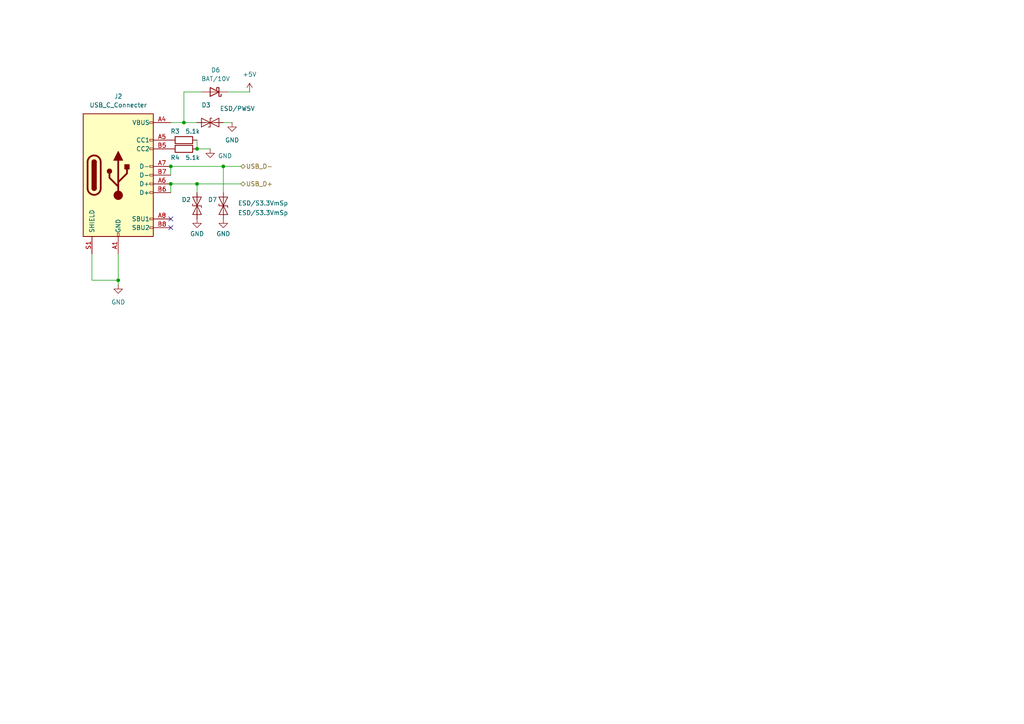
<source format=kicad_sch>
(kicad_sch (version 20250114) (generator "eeschema") (generator_version "9.0")
  (paper "A4")
  (lib_symbols
    (symbol "+5V_1" (power) (pin_numbers (hide yes)) (pin_names (offset 0) (hide yes))
      (property "Value" "+5V" (at 0 3.556 0))
      (symbol "+5V_1_0_1"
        (polyline (pts (xy -0.762 1.27) (xy 0 2.54)))
        (polyline (pts (xy 0 2.54) (xy 0.762 1.27)))
        (polyline (pts (xy 0 0) (xy 0 2.54)))
      )
      (symbol "+5V_1_1_1"
        (pin power_in line (at 0 0 90) (length 0) (name "~") (number "1"))
      )
    )
    (symbol "Connector:USB_C_Receptacle_USB2.0_16P" (pin_names (offset 1.016))
      (property "Reference" "J" (at 0 22.225 0))
      (property "Value" "USB_C_Receptacle_USB2.0_16P" (at 0 19.685 0))
      (symbol "USB_C_Receptacle_USB2.0_16P_0_0"
        (rectangle (start -0.254 -17.78) (end 0.254 -16.764))
        (rectangle (start 10.16 15.494) (end 9.144 14.986))
        (rectangle (start 10.16 10.414) (end 9.144 9.906))
        (rectangle (start 10.16 7.874) (end 9.144 7.366))
        (rectangle (start 10.16 2.794) (end 9.144 2.286))
        (rectangle (start 10.16 0.254) (end 9.144 -0.254))
        (rectangle (start 10.16 -2.286) (end 9.144 -2.794))
        (rectangle (start 10.16 -4.826) (end 9.144 -5.334))
        (rectangle (start 10.16 -12.446) (end 9.144 -12.954))
        (rectangle (start 10.16 -14.986) (end 9.144 -15.494))
      )
      (symbol "USB_C_Receptacle_USB2.0_16P_0_1"
        (rectangle (start -10.16 17.78) (end 10.16 -17.78) (stroke (width 0.254)) (fill (type background)))
        (polyline (pts (xy -8.89 -3.81) (xy -8.89 3.81)) (stroke (width 0.508)))
        (rectangle (start -7.62 -3.81) (end -6.35 3.81) (stroke (width 0.254)) (fill (type outline)))
        (arc (start -7.62 3.81) (mid -6.985 4.4423) (end -6.35 3.81) (stroke (width 0.254)))
        (arc (start -7.62 3.81) (mid -6.985 4.4423) (end -6.35 3.81) (stroke (width 0.254)) (fill (type outline)))
        (arc (start -8.89 3.81) (mid -6.985 5.7067) (end -5.08 3.81) (stroke (width 0.508)))
        (arc (start -5.08 -3.81) (mid -6.985 -5.7067) (end -8.89 -3.81) (stroke (width 0.508)))
        (arc (start -6.35 -3.81) (mid -6.985 -4.4423) (end -7.62 -3.81) (stroke (width 0.254)))
        (arc (start -6.35 -3.81) (mid -6.985 -4.4423) (end -7.62 -3.81) (stroke (width 0.254)) (fill (type outline)))
        (polyline (pts (xy -5.08 3.81) (xy -5.08 -3.81)) (stroke (width 0.508)))
        (circle (center -2.54 1.143) (radius 0.635) (stroke (width 0.254)) (fill (type outline)))
        (polyline (pts (xy -1.27 4.318) (xy 0 6.858) (xy 1.27 4.318) (xy -1.27 4.318)) (stroke (width 0.254)) (fill (type outline)))
        (polyline (pts (xy 0 -2.032) (xy 2.54 0.508) (xy 2.54 1.778)) (stroke (width 0.508)))
        (polyline (pts (xy 0 -3.302) (xy -2.54 -0.762) (xy -2.54 0.508)) (stroke (width 0.508)))
        (polyline (pts (xy 0 -5.842) (xy 0 4.318)) (stroke (width 0.508)))
        (circle (center 0 -5.842) (radius 1.27) (fill (type outline)))
        (rectangle (start 1.905 1.778) (end 3.175 3.048) (stroke (width 0.254)) (fill (type outline)))
      )
      (symbol "USB_C_Receptacle_USB2.0_16P_1_1"
        (pin passive line (at -7.62 -22.86 90) (length 5.08) (name "SHIELD") (number "S1"))
        (pin passive line (at 0 -22.86 90) (length 5.08) (name "GND") (number "A1"))
        (pin passive line (at 0 -22.86 90) (length 5.08) (hide yes) (name "GND") (number "A12"))
        (pin passive line (at 0 -22.86 90) (length 5.08) (hide yes) (name "GND") (number "B1"))
        (pin passive line (at 0 -22.86 90) (length 5.08) (hide yes) (name "GND") (number "B12"))
        (pin passive line (at 15.24 15.24 180) (length 5.08) (name "VBUS") (number "A4"))
        (pin passive line (at 15.24 15.24 180) (length 5.08) (hide yes) (name "VBUS") (number "A9"))
        (pin passive line (at 15.24 15.24 180) (length 5.08) (hide yes) (name "VBUS") (number "B4"))
        (pin passive line (at 15.24 15.24 180) (length 5.08) (hide yes) (name "VBUS") (number "B9"))
        (pin bidirectional line (at 15.24 10.16 180) (length 5.08) (name "CC1") (number "A5"))
        (pin bidirectional line (at 15.24 7.62 180) (length 5.08) (name "CC2") (number "B5"))
        (pin bidirectional line (at 15.24 2.54 180) (length 5.08) (name "D-") (number "A7"))
        (pin bidirectional line (at 15.24 0 180) (length 5.08) (name "D-") (number "B7"))
        (pin bidirectional line (at 15.24 -2.54 180) (length 5.08) (name "D+") (number "A6"))
        (pin bidirectional line (at 15.24 -5.08 180) (length 5.08) (name "D+") (number "B6"))
        (pin bidirectional line (at 15.24 -12.7 180) (length 5.08) (name "SBU1") (number "A8"))
        (pin bidirectional line (at 15.24 -15.24 180) (length 5.08) (name "SBU2") (number "B8"))
      )
    )
    (symbol "Device:D_Schottky" (pin_numbers (hide yes)) (pin_names (offset 1.016) (hide yes))
      (property "Reference" "D" (at 0 2.54 0))
      (property "Value" "D_Schottky" (at 0 -2.54 0))
      (symbol "D_Schottky_0_1"
        (polyline (pts (xy -1.905 0.635) (xy -1.905 1.27) (xy -1.27 1.27) (xy -1.27 -1.27) (xy -0.635 -1.27) (xy -0.635 -0.635)) (stroke (width 0.254)))
        (polyline (pts (xy 1.27 1.27) (xy 1.27 -1.27) (xy -1.27 0) (xy 1.27 1.27)) (stroke (width 0.254)))
        (polyline (pts (xy 1.27 0) (xy -1.27 0)))
      )
      (symbol "D_Schottky_1_1"
        (pin passive line (at -3.81 0 0) (length 2.54) (name "K") (number "1"))
        (pin passive line (at 3.81 0 180) (length 2.54) (name "A") (number "2"))
      )
    )
    (symbol "Device:R" (pin_numbers (hide yes)) (pin_names (offset 0))
      (property "Reference" "R" (at 2.032 0 90))
      (property "Value" "R" (at 0 0 90))
      (symbol "R_0_1"
        (rectangle (start -1.016 -2.54) (end 1.016 2.54) (stroke (width 0.254)))
      )
      (symbol "R_1_1"
        (pin passive line (at 0 3.81 270) (length 1.27) (name "~") (number "1"))
        (pin passive line (at 0 -3.81 90) (length 1.27) (name "~") (number "2"))
      )
    )
    (symbol "Diode:ESD9B5.0ST5G" (pin_numbers (hide yes)) (pin_names (offset 1.016) (hide yes))
      (property "Reference" "D" (at 0 2.54 0))
      (property "Value" "ESD9B5.0ST5G" (at 0 -2.54 0))
      (symbol "ESD9B5.0ST5G_0_1"
        (polyline (pts (xy -2.54 -1.27) (xy 0 0) (xy -2.54 1.27) (xy -2.54 -1.27)) (stroke (width 0.2032)))
        (polyline (pts (xy 0.508 1.27) (xy 0 1.27) (xy 0 -1.27) (xy -0.508 -1.27)) (stroke (width 0.2032)))
        (polyline (pts (xy 1.27 0) (xy -1.27 0)))
        (polyline (pts (xy 2.54 1.27) (xy 2.54 -1.27) (xy 0 0) (xy 2.54 1.27)) (stroke (width 0.2032)))
      )
      (symbol "ESD9B5.0ST5G_1_1"
        (pin passive line (at -3.81 0 0) (length 2.54) (name "A1") (number "1"))
        (pin passive line (at 3.81 0 180) (length 2.54) (name "A2") (number "2"))
      )
    )
    (symbol "GND_1" (power) (pin_numbers (hide yes)) (pin_names (offset 0) (hide yes))
      (property "Value" "GND" (at 0 -3.81 0))
      (symbol "GND_1_0_1"
        (polyline (pts (xy 0 0) (xy 0 -1.27) (xy 1.27 -1.27) (xy 0 -2.54) (xy -1.27 -1.27) (xy 0 -1.27)))
      )
      (symbol "GND_1_1_1"
        (pin power_in line (at 0 0 270) (length 0) (name "~") (number "1"))
      )
    )
  )
  (junction (at 34.29 81.28))
  (junction (at 49.53 48.26))
  (junction (at 64.77 48.26))
  (junction (at 49.53 53.34))
  (junction (at 57.15 43.18))
  (junction (at 53.34 35.56))
  (junction (at 57.15 53.34))
  (no_connect (at 49.53 66.04))
  (no_connect (at 49.53 63.5))
  (wire (pts (xy 57.15 35.56) (xy 53.34 35.56)))
  (wire (pts (xy 34.29 82.55) (xy 34.29 81.28)))
  (wire (pts (xy 53.34 26.67) (xy 58.42 26.67)))
  (wire (pts (xy 53.34 26.67) (xy 53.34 35.56)))
  (wire (pts (xy 49.53 53.34) (xy 49.53 55.88)))
  (wire (pts (xy 26.67 73.66) (xy 26.67 81.28)))
  (wire (pts (xy 49.53 48.26) (xy 49.53 50.8)))
  (wire (pts (xy 49.53 48.26) (xy 64.77 48.26)))
  (wire (pts (xy 64.77 35.56) (xy 67.31 35.56)))
  (wire (pts (xy 64.77 48.26) (xy 64.77 55.88)))
  (wire (pts (xy 53.34 35.56) (xy 49.53 35.56)))
  (wire (pts (xy 49.53 53.34) (xy 57.15 53.34)))
  (wire (pts (xy 26.67 81.28) (xy 34.29 81.28)))
  (wire (pts (xy 57.15 40.64) (xy 57.15 43.18)))
  (wire (pts (xy 34.29 73.66) (xy 34.29 81.28)))
  (wire (pts (xy 57.15 55.88) (xy 57.15 53.34)))
  (wire (pts (xy 64.77 48.26) (xy 69.85 48.26)))
  (wire (pts (xy 57.15 43.18) (xy 60.96 43.18)))
  (wire (pts (xy 57.15 53.34) (xy 69.85 53.34)))
  (wire (pts (xy 66.04 26.67) (xy 72.39 26.67)))
  (hierarchical_label "USB_D+" (shape bidirectional) (at 69.85 53.34 0))
  (hierarchical_label "USB_D-" (shape bidirectional) (at 69.85 48.26 0))
  (symbol (lib_name "GND_1") (lib_id "power:GND") (at 34.29 82.55 0) (unit 1)
    (property "Reference" "#PWR020" (effects (hide yes)))
    (property "Value" "GND" (at 34.29 87.63 0))
    (property "Description" "Power symbol creates a global label with name \"GND\" , ground" (effects (hide yes)))
    (instances (project "usbhub_rev" (path "" (reference "#PWR020") (unit 1)) (path "" (reference "#PWR026") (unit 1))))
  )
  (symbol (lib_id "Device:R") (at 53.34 40.64 90) (unit 1)
    (property "Reference" "R3" (at 50.8 38.1 90))
    (property "Value" "5.1k" (at 55.88 38.1 90))
    (property "Footprint" "Resistor_SMD:R_0402_1005Metric" (effects (hide yes)))
    (property "LCSC" "C25905" (effects (hide yes)))
    (instances (project "usbhub_rev" (path "" (reference "R3") (unit 1)) (path "" (reference "R5") (unit 1))))
  )
  (symbol (lib_id "Diode:ESD9B5.0ST5G") (at 60.96 35.56 0) (unit 1)
    (property "Reference" "D3" (at 58.42 30.48 0) (effects (justify left)))
    (property "Value" "ESD/PW5V" (at 63.754 31.496 0) (effects (justify left)))
    (property "Footprint" "Diode_SMD:D_SOD-323" (effects (hide yes)))
    (property "Datasheet" "https://www.onsemi.com/pub/Collateral/ESD9B-D.PDF" (effects (hide yes)))
    (property "LCSC" "C20615807" (effects (hide yes)))
    (instances (project "usbhub_rev" (path "" (reference "D3") (unit 1)) (path "" (reference "D9") (unit 1))))
  )
  (symbol (lib_id "Diode:ESD9B5.0ST5G") (at 64.77 59.69 90) (unit 1)
    (property "Reference" "D7" (at 62.992 57.912 90) (effects (justify left)))
    (property "Value" "ESD/S3.3VmSp" (at 83.566 61.722 90) (effects (justify left)))
    (property "Footprint" "EASYEDA:DFN1006-2L_L1.0-W0.6-P0.60-BI" (effects (hide yes)))
    (property "Datasheet" "https://www.onsemi.com/pub/Collateral/ESD9B-D.PDF" (effects (hide yes)))
    (property "LCSC" "C20617909" (effects (hide yes)))
    (instances (project "usbhub_rev" (path "" (reference "D7") (unit 1)) (path "" (reference "D13") (unit 1))))
  )
  (symbol (lib_id "Device:D_Schottky") (at 62.23 26.67 180) (unit 1)
    (property "Reference" "D6" (at 62.5475 20.32 0))
    (property "Value" "BAT/10V" (at 62.5475 22.86 0))
    (property "Footprint" "Diode_SMD:D_SOD-323" (effects (hide yes)))
    (property "LCSC" "C7502695" (effects (hide yes)))
    (instances (project "usbhub_rev" (path "" (reference "D6") (unit 1)) (path "" (reference "D10") (unit 1))))
  )
  (symbol (lib_name "GND_1") (lib_id "power:GND") (at 67.31 35.56 0) (unit 1)
    (property "Reference" "#PWR024" (effects (hide yes)))
    (property "Value" "GND" (at 67.31 40.64 0))
    (property "Description" "Power symbol creates a global label with name \"GND\" , ground" (effects (hide yes)))
    (instances (project "usbhub_rev" (path "" (reference "#PWR024") (unit 1)) (path "" (reference "#PWR030") (unit 1))))
  )
  (symbol (lib_name "GND_1") (lib_id "power:GND") (at 57.15 63.5 0) (unit 1)
    (property "Reference" "#PWR021" (effects (hide yes)))
    (property "Value" "GND" (at 57.15 67.818 0))
    (property "Description" "Power symbol creates a global label with name \"GND\" , ground" (effects (hide yes)))
    (instances (project "usbhub_rev" (path "" (reference "#PWR021") (unit 1)) (path "" (reference "#PWR027") (unit 1))))
  )
  (symbol (lib_id "Connector:USB_C_Receptacle_USB2.0_16P") (at 34.29 50.8 0) (unit 1)
    (property "Reference" "J2" (at 34.29 27.94 0))
    (property "Value" "USB_C_Connecter" (at 34.29 30.48 0))
    (property "Footprint" "yamaneko:usbc_reflow" (effects (hide yes)))
    (property "Datasheet" "https://www.usb.org/sites/default/files/documents/usb_type-c.zip" (effects (hide yes)))
    (property "Description" "USB 2.0-only 16P Type-C Receptacle connector" (effects (hide yes)))
    (property "LCSC" "XXX" (effects (hide yes)))
    (instances (project "usbhub_rev" (path "" (reference "J2") (unit 1)) (path "" (reference "J3") (unit 1))))
  )
  (symbol (lib_name "+5V_1") (lib_id "power:+5V") (at 72.39 26.67 0) (unit 1)
    (property "Reference" "#PWR025" (effects (hide yes)))
    (property "Value" "+5V" (at 72.39 21.59 0))
    (property "Description" "Power symbol creates a global label with name \"+5V\"" (effects (hide yes)))
    (instances (project "usbhub_rev" (path "" (reference "#PWR025") (unit 1)) (path "" (reference "#PWR031") (unit 1))))
  )
  (symbol (lib_id "Diode:ESD9B5.0ST5G") (at 57.15 59.69 90) (unit 1)
    (property "Reference" "D2" (at 55.372 57.912 90) (effects (justify left)))
    (property "Value" "ESD/S3.3VmSp" (at 83.566 58.928 90) (effects (justify left)))
    (property "Footprint" "EASYEDA:DFN1006-2L_L1.0-W0.6-P0.60-BI" (effects (hide yes)))
    (property "Datasheet" "https://www.onsemi.com/pub/Collateral/ESD9B-D.PDF" (effects (hide yes)))
    (property "LCSC" "C20617909" (effects (hide yes)))
    (instances (project "usbhub_rev" (path "" (reference "D2") (unit 1)) (path "" (reference "D8") (unit 1))))
  )
  (symbol (lib_name "GND_1") (lib_id "power:GND") (at 64.77 63.5 0) (unit 1)
    (property "Reference" "#PWR023" (effects (hide yes)))
    (property "Value" "GND" (at 64.77 67.818 0))
    (property "Description" "Power symbol creates a global label with name \"GND\" , ground" (effects (hide yes)))
    (instances (project "usbhub_rev" (path "" (reference "#PWR023") (unit 1)) (path "" (reference "#PWR029") (unit 1))))
  )
  (symbol (lib_name "GND_1") (lib_id "power:GND") (at 60.96 43.18 0) (unit 1)
    (property "Reference" "#PWR022" (effects (hide yes)))
    (property "Value" "GND" (at 65.278 45.212 0))
    (property "Description" "Power symbol creates a global label with name \"GND\" , ground" (effects (hide yes)))
    (instances (project "usbhub_rev" (path "" (reference "#PWR022") (unit 1)) (path "" (reference "#PWR028") (unit 1))))
  )
  (symbol (lib_id "Device:R") (at 53.34 43.18 90) (unit 1)
    (property "Reference" "R4" (at 50.8 45.72 90))
    (property "Value" "5.1k" (at 55.88 45.72 90))
    (property "Footprint" "Resistor_SMD:R_0402_1005Metric" (effects (hide yes)))
    (property "LCSC" "C25905" (effects (hide yes)))
    (instances (project "usbhub_rev" (path "" (reference "R4") (unit 1)) (path "" (reference "R6") (unit 1))))
  )
)
</source>
